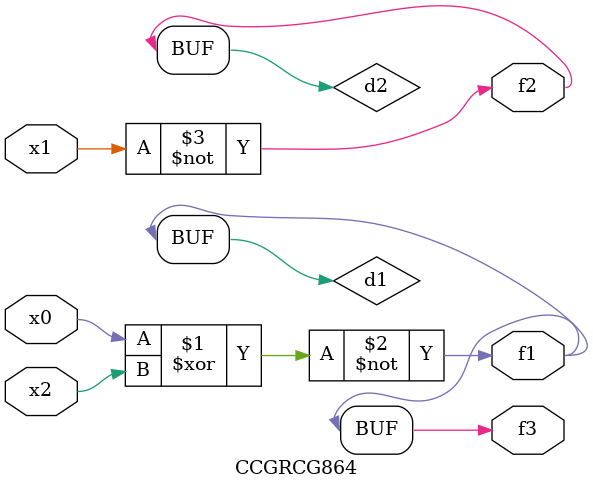
<source format=v>
module CCGRCG864(
	input x0, x1, x2,
	output f1, f2, f3
);

	wire d1, d2, d3;

	xnor (d1, x0, x2);
	nand (d2, x1);
	nor (d3, x1, x2);
	assign f1 = d1;
	assign f2 = d2;
	assign f3 = d1;
endmodule

</source>
